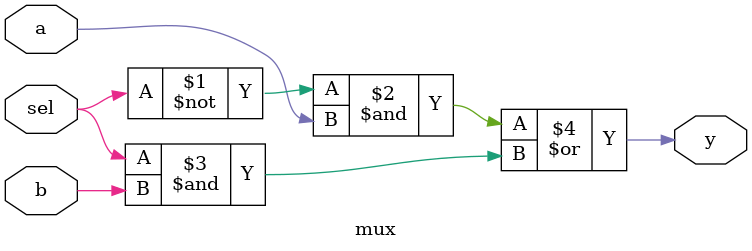
<source format=v>
`timescale 1ns / 1ps

module barrel_shifter(
    input [7:0] x,
    input [2:0] shiftamt,
    input right,
    output wire [7:0] z
);
    wire [7:0] p, q, y, z1, z2;
    wire [2:0] n;
    wire [2:0] twosshiftamt;
    // Compute two's complement of the shift amount for left shift
    assign twosshiftamt = ~(shiftamt) + 1'b1;

    mux mux_n0 (.a(twosshiftamt[0]), .b(shiftamt[0]), .sel(right), .y(n[0]));
    mux mux_n1 (.a(twosshiftamt[1]), .b(shiftamt[1]), .sel(right), .y(n[1]));
    mux mux_n2 (.a(twosshiftamt[2]), .b(shiftamt[2]), .sel(right), .y(n[2]));

    // Level 1
    mux mux_p0 (.a(x[0]), .b(x[4]), .sel(n[2]), .y(p[0]));
    mux mux_p1 (.a(x[1]), .b(x[5]), .sel(n[2]), .y(p[1]));
    mux mux_p2 (.a(x[2]), .b(x[6]), .sel(n[2]), .y(p[2]));
    mux mux_p3 (.a(x[3]), .b(x[7]), .sel(n[2]), .y(p[3]));
    mux mux_p4 (.a(x[4]), .b(x[0]), .sel(n[2]), .y(p[4]));
    mux mux_p5 (.a(x[5]), .b(x[1]), .sel(n[2]), .y(p[5]));
    mux mux_p6 (.a(x[6]), .b(x[2]), .sel(n[2]), .y(p[6]));
    mux mux_p7 (.a(x[7]), .b(x[3]), .sel(n[2]), .y(p[7]));

    // Level 2
    mux mux_q0 (.a(p[0]), .b(p[2]), .sel(n[1]), .y(q[0]));
    mux mux_q1 (.a(p[1]), .b(p[3]), .sel(n[1]), .y(q[1]));
    mux mux_q2 (.a(p[2]), .b(p[4]), .sel(n[1]), .y(q[2]));
    mux mux_q3 (.a(p[3]), .b(p[5]), .sel(n[1]), .y(q[3]));
    mux mux_q4 (.a(p[4]), .b(p[6]), .sel(n[1]), .y(q[4]));
    mux mux_q5 (.a(p[5]), .b(p[7]), .sel(n[1]), .y(q[5]));
    mux mux_q6 (.a(p[6]), .b(p[0]), .sel(n[1]), .y(q[6]));
    mux mux_q7 (.a(p[7]), .b(p[1]), .sel(n[1]), .y(q[7]));

    // Level 3
    mux mux_y0 (.a(q[0]), .b(q[1]), .sel(n[0]), .y(y[0]));
    mux mux_y1 (.a(q[1]), .b(q[2]), .sel(n[0]), .y(y[1]));
    mux mux_y2 (.a(q[2]), .b(q[3]), .sel(n[0]), .y(y[2]));
    mux mux_y3 (.a(q[3]), .b(q[4]), .sel(n[0]), .y(y[3]));
    mux mux_y4 (.a(q[4]), .b(q[5]), .sel(n[0]), .y(y[4]));
    mux mux_y5 (.a(q[5]), .b(q[6]), .sel(n[0]), .y(y[5]));
    mux mux_y6 (.a(q[6]), .b(q[7]), .sel(n[0]), .y(y[6]));
    mux mux_y7 (.a(q[7]), .b(q[0]), .sel(n[0]), .y(y[7]));

    // Masking for left and right shifts
    maskleft mask_left (.shiftamt(shiftamt), .y(y), .z(z1));
    maskright mask_right (.shiftamt(shiftamt), .y(y), .z(z2));

    // Select the final result based on the shift direction
    mux mux_z0 (.a(z2[0]), .b(z1[0]), .sel(right), .y(z[0]));
    mux mux_z1 (.a(z2[1]), .b(z1[1]), .sel(right), .y(z[1]));
    mux mux_z2 (.a(z2[2]), .b(z1[2]), .sel(right), .y(z[2]));
    mux mux_z3 (.a(z2[3]), .b(z1[3]), .sel(right), .y(z[3]));
    mux mux_z4 (.a(z2[4]), .b(z1[4]), .sel(right), .y(z[4]));
    mux mux_z5 (.a(z2[5]), .b(z1[5]), .sel(right), .y(z[5]));
    mux mux_z6 (.a(z2[6]), .b(z1[6]), .sel(right), .y(z[6]));
    mux mux_z7 (.a(z2[7]), .b(z1[7]), .sel(right), .y(z[7]));
endmodule


module maskleft(
input [2:0] shiftamt,
input [7:0] y,
output [7:0] z
);
wire [7:0]t;
wire [7:0]n;
assign n = shiftamt;
assign t[0] = 1'b1;
assign t[1] = ~(n[0] & n[1] & n[2]);
assign t[2] = ~(n[2] &  n[1]);
assign t[3] = ~(n[2] & (n[0] | n[1]));
assign t[4] = ~(n[2]);
assign t[5] = ~(n[2] | (n[1] & n[0]));
assign t[6] = ~(n[2] | n[1]);
assign t[7] = ~(n[2] | n[1] | n[3]);
assign z = y & t;
endmodule

module maskright(
input [2:0] shiftamt,
input [7:0] y,
output [7:0] z
);
wire [7:0]t;
wire [7:0]n;
assign n = shiftamt;
assign t[0] = ~(n[2] | n[1] | n[3]);
assign t[1] = ~(n[2] | n[1]);
assign t[2] = ~(n[2] | (n[1] & n[0]));
assign t[3] = ~(n[2]);
assign t[4] = ~(n[2] & (n[0] | n[1]));
assign t[5] = ~(n[2] &  n[1]);
assign t[6] = ~(n[0] & n[1] & n[2]);
assign t[7] = 1'b1;
assign z = y & t;
endmodule

module mux(
input a,
input b,
input sel,
output y
);
assign y = ((~sel)&a)|(sel&b);
endmodule
</source>
